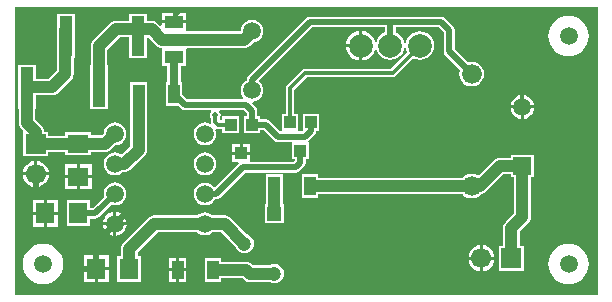
<source format=gtl>
G04 Layer_Physical_Order=1*
G04 Layer_Color=255*
%FSLAX25Y25*%
%MOIN*%
G70*
G01*
G75*
%ADD10R,0.03937X0.03937*%
%ADD11R,0.03937X0.06299*%
%ADD12R,0.04213X0.13268*%
%ADD13R,0.06299X0.03937*%
%ADD14R,0.07087X0.06299*%
%ADD15R,0.06299X0.07087*%
%ADD16C,0.01181*%
%ADD17C,0.03937*%
%ADD18C,0.02756*%
%ADD19C,0.01968*%
%ADD20C,0.06693*%
%ADD21R,0.06693X0.06693*%
%ADD22C,0.04716*%
%ADD23R,0.04716X0.04716*%
%ADD24R,0.06693X0.06693*%
%ADD25C,0.07874*%
%ADD26C,0.05905*%
%ADD27R,0.05905X0.05905*%
%ADD28C,0.06600*%
%ADD29C,0.01968*%
G36*
X195669Y1181D02*
X1181D01*
Y97244D01*
X195669D01*
Y1181D01*
D02*
G37*
%LPC*%
G36*
X34106Y24342D02*
X30685D01*
X30755Y23811D01*
X31154Y22849D01*
X31787Y22023D01*
X32613Y21390D01*
X33574Y20991D01*
X34106Y20922D01*
Y24342D01*
D02*
G37*
G36*
X38527D02*
X35106D01*
Y20922D01*
X35638Y20991D01*
X36600Y21390D01*
X37425Y22023D01*
X38059Y22849D01*
X38457Y23811D01*
X38527Y24342D01*
D02*
G37*
G36*
X10917Y27847D02*
X7268D01*
Y23803D01*
X10917D01*
Y27847D01*
D02*
G37*
G36*
X156311Y17704D02*
X155676Y17620D01*
X154619Y17183D01*
X153711Y16486D01*
X153014Y15578D01*
X152576Y14521D01*
X152493Y13886D01*
X156311D01*
Y17704D01*
D02*
G37*
G36*
X157311D02*
Y13886D01*
X161129D01*
X161046Y14521D01*
X160608Y15578D01*
X159911Y16486D01*
X159003Y17183D01*
X157946Y17620D01*
X157311Y17704D01*
D02*
G37*
G36*
X64606Y28615D02*
X63630Y28486D01*
X62720Y28109D01*
X62085Y27622D01*
X47677D01*
X46958Y27527D01*
X46287Y27250D01*
X45712Y26808D01*
X37405Y18501D01*
X36963Y17925D01*
X36685Y17255D01*
X36590Y16535D01*
Y14173D01*
X35433D01*
Y5512D01*
X43307D01*
Y14173D01*
X42150D01*
Y15384D01*
X48829Y22063D01*
X62085D01*
X62720Y21576D01*
X63630Y21199D01*
X64606Y21070D01*
X65583Y21199D01*
X66492Y21576D01*
X67128Y22063D01*
X70069D01*
X74762Y17369D01*
X75048Y16681D01*
X75552Y16024D01*
X76209Y15520D01*
X76974Y15203D01*
X77795Y15095D01*
X78616Y15203D01*
X79382Y15520D01*
X80039Y16024D01*
X80543Y16681D01*
X80860Y17447D01*
X80968Y18268D01*
X80860Y19089D01*
X80543Y19854D01*
X80039Y20511D01*
X79382Y21015D01*
X78694Y21301D01*
X73186Y26808D01*
X72610Y27250D01*
X71940Y27527D01*
X71220Y27622D01*
X67128D01*
X66492Y28109D01*
X65583Y28486D01*
X64606Y28615D01*
D02*
G37*
G36*
X35106Y28763D02*
Y25343D01*
X38527D01*
X38457Y25874D01*
X38059Y26836D01*
X37425Y27662D01*
X36600Y28295D01*
X35638Y28694D01*
X35106Y28763D01*
D02*
G37*
G36*
X10917Y32890D02*
X7268D01*
Y28846D01*
X10917D01*
Y32890D01*
D02*
G37*
G36*
X15567D02*
X11917D01*
Y28846D01*
X15567D01*
Y32890D01*
D02*
G37*
G36*
Y27847D02*
X11917D01*
Y23803D01*
X15567D01*
Y27847D01*
D02*
G37*
G36*
X90551Y41339D02*
X85039D01*
Y37582D01*
X85016Y37402D01*
Y31413D01*
X84650D01*
Y25122D01*
X90941D01*
Y31413D01*
X90575D01*
Y37402D01*
X90551Y37582D01*
Y41339D01*
D02*
G37*
G36*
X34106Y28763D02*
X33574Y28694D01*
X32613Y28295D01*
X31787Y27662D01*
X31154Y26836D01*
X30755Y25874D01*
X30685Y25343D01*
X34106D01*
Y28763D01*
D02*
G37*
G36*
X32496Y14386D02*
X28846D01*
Y10343D01*
X32496D01*
Y14386D01*
D02*
G37*
G36*
X27847Y9342D02*
X24197D01*
Y5299D01*
X27847D01*
Y9342D01*
D02*
G37*
G36*
X32496D02*
X28846D01*
Y5299D01*
X32496D01*
Y9342D01*
D02*
G37*
G36*
X55012Y8949D02*
X52543D01*
Y5299D01*
X55012D01*
Y8949D01*
D02*
G37*
G36*
X10630Y18143D02*
X9318Y18013D01*
X8056Y17631D01*
X6894Y17009D01*
X5874Y16173D01*
X5038Y15154D01*
X4417Y13991D01*
X4034Y12729D01*
X3905Y11417D01*
X4034Y10105D01*
X4417Y8844D01*
X5038Y7681D01*
X5874Y6662D01*
X6894Y5825D01*
X8056Y5204D01*
X9318Y4821D01*
X10630Y4692D01*
X11942Y4821D01*
X13204Y5204D01*
X14366Y5825D01*
X15385Y6662D01*
X16222Y7681D01*
X16843Y8844D01*
X17226Y10105D01*
X17355Y11417D01*
X17226Y12729D01*
X16843Y13991D01*
X16222Y15154D01*
X15385Y16173D01*
X14366Y17009D01*
X13204Y17631D01*
X11942Y18013D01*
X10630Y18143D01*
D02*
G37*
G36*
X185827D02*
X184515Y18013D01*
X183253Y17631D01*
X182090Y17009D01*
X181071Y16173D01*
X180235Y15154D01*
X179613Y13991D01*
X179231Y12729D01*
X179102Y11417D01*
X179231Y10105D01*
X179613Y8844D01*
X180235Y7681D01*
X181071Y6662D01*
X182090Y5825D01*
X183253Y5204D01*
X184515Y4821D01*
X185827Y4692D01*
X187139Y4821D01*
X188400Y5204D01*
X189563Y5825D01*
X190582Y6662D01*
X191419Y7681D01*
X192040Y8844D01*
X192423Y10105D01*
X192552Y11417D01*
X192423Y12729D01*
X192040Y13991D01*
X191419Y15154D01*
X190582Y16173D01*
X189563Y17009D01*
X188400Y17631D01*
X187139Y18013D01*
X185827Y18143D01*
D02*
G37*
G36*
X70079Y13386D02*
X64567D01*
Y9629D01*
X64543Y9449D01*
X64567Y9268D01*
Y5512D01*
X70079D01*
Y6669D01*
X77195D01*
X77562Y6302D01*
X78138Y5861D01*
X78808Y5583D01*
X79528Y5488D01*
X86286D01*
X86974Y5203D01*
X87795Y5095D01*
X88617Y5203D01*
X89382Y5520D01*
X90039Y6024D01*
X90543Y6681D01*
X90860Y7446D01*
X90968Y8268D01*
X90860Y9089D01*
X90543Y9854D01*
X90039Y10511D01*
X89382Y11015D01*
X88617Y11332D01*
X87795Y11440D01*
X86974Y11332D01*
X86286Y11047D01*
X80679D01*
X80312Y11414D01*
X79736Y11856D01*
X79066Y12134D01*
X78347Y12229D01*
X70079D01*
Y13386D01*
D02*
G37*
G36*
X55012Y13598D02*
X52543D01*
Y9949D01*
X55012D01*
Y13598D01*
D02*
G37*
G36*
X58480D02*
X56012D01*
Y9949D01*
X58480D01*
Y13598D01*
D02*
G37*
G36*
X27847Y14386D02*
X24197D01*
Y10343D01*
X27847D01*
Y14386D01*
D02*
G37*
G36*
X58480Y8949D02*
X56012D01*
Y5299D01*
X58480D01*
Y8949D01*
D02*
G37*
G36*
X156311Y12886D02*
X152493D01*
X152576Y12251D01*
X153014Y11194D01*
X153711Y10286D01*
X154619Y9589D01*
X155676Y9151D01*
X156311Y9068D01*
Y12886D01*
D02*
G37*
G36*
X161129D02*
X157311D01*
Y9068D01*
X157946Y9151D01*
X159003Y9589D01*
X159911Y10286D01*
X160608Y11194D01*
X161046Y12251D01*
X161129Y12886D01*
D02*
G37*
G36*
X174393Y63279D02*
X170972D01*
Y59859D01*
X171504Y59929D01*
X172466Y60327D01*
X173292Y60960D01*
X173925Y61786D01*
X174323Y62748D01*
X174393Y63279D01*
D02*
G37*
G36*
X169972Y67701D02*
X169441Y67630D01*
X168479Y67232D01*
X167653Y66599D01*
X167020Y65773D01*
X166621Y64811D01*
X166551Y64280D01*
X169972D01*
Y67701D01*
D02*
G37*
G36*
Y63279D02*
X166551D01*
X166621Y62748D01*
X167020Y61786D01*
X167653Y60960D01*
X168479Y60327D01*
X169441Y59929D01*
X169972Y59859D01*
Y63279D01*
D02*
G37*
G36*
X76272Y51394D02*
X73803D01*
Y48925D01*
X76272D01*
Y51394D01*
D02*
G37*
G36*
X79740D02*
X77272D01*
Y48925D01*
X79740D01*
Y51394D01*
D02*
G37*
G36*
X170972Y67701D02*
Y64280D01*
X174393D01*
X174323Y64811D01*
X173925Y65773D01*
X173292Y66599D01*
X172466Y67232D01*
X171504Y67630D01*
X170972Y67701D01*
D02*
G37*
G36*
X53831Y95095D02*
X50181D01*
Y92626D01*
X53831D01*
Y95095D01*
D02*
G37*
G36*
X58480D02*
X54831D01*
Y92626D01*
X58480D01*
Y95095D01*
D02*
G37*
G36*
X185827Y94127D02*
X184515Y93998D01*
X183253Y93615D01*
X182090Y92993D01*
X181071Y92157D01*
X180235Y91138D01*
X179613Y89975D01*
X179231Y88714D01*
X179102Y87402D01*
X179231Y86089D01*
X179613Y84828D01*
X180235Y83665D01*
X181071Y82646D01*
X182090Y81810D01*
X183253Y81188D01*
X184515Y80805D01*
X185827Y80676D01*
X187139Y80805D01*
X188400Y81188D01*
X189563Y81810D01*
X190582Y82646D01*
X191419Y83665D01*
X192040Y84828D01*
X192423Y86089D01*
X192552Y87402D01*
X192423Y88714D01*
X192040Y89975D01*
X191419Y91138D01*
X190582Y92157D01*
X189563Y92993D01*
X188400Y93615D01*
X187139Y93998D01*
X185827Y94127D01*
D02*
G37*
G36*
X45236Y94823D02*
X39449D01*
Y92544D01*
X35039D01*
X34320Y92449D01*
X33650Y92171D01*
X33074Y91729D01*
X27385Y86040D01*
X26943Y85465D01*
X26665Y84794D01*
X26571Y84075D01*
Y77894D01*
X26457D01*
Y63051D01*
X32244D01*
Y77894D01*
X32130D01*
Y82923D01*
X36191Y86984D01*
X39449D01*
Y79980D01*
X45236D01*
Y86894D01*
X45736Y86947D01*
X48428Y84255D01*
X49004Y83813D01*
X49674Y83535D01*
X50155Y83472D01*
X50394Y83071D01*
X50394Y82941D01*
Y77559D01*
X52123D01*
Y72047D01*
X51575D01*
Y64173D01*
X55713D01*
X56597Y63290D01*
X57183Y62898D01*
X57874Y62761D01*
X66621D01*
X66759Y62460D01*
X66806Y62261D01*
X66441Y61715D01*
X66304Y61024D01*
X66441Y60332D01*
X66705Y59937D01*
Y58661D01*
X66733Y58523D01*
X66732Y58521D01*
X66289Y58194D01*
X65583Y58486D01*
X64606Y58615D01*
X63630Y58486D01*
X62720Y58109D01*
X61939Y57510D01*
X61339Y56729D01*
X60962Y55819D01*
X60834Y54843D01*
X60962Y53866D01*
X61339Y52956D01*
X61939Y52175D01*
X62720Y51575D01*
X63630Y51199D01*
X64606Y51070D01*
X65583Y51199D01*
X66492Y51575D01*
X67274Y52175D01*
X67873Y52956D01*
X68250Y53866D01*
X68379Y54843D01*
X68250Y55819D01*
X68111Y56155D01*
X68187Y56283D01*
X68488Y56551D01*
X68898Y56469D01*
X70472D01*
Y55118D01*
X75984D01*
Y60630D01*
X70472D01*
Y59279D01*
X69515D01*
Y59937D01*
X69779Y60332D01*
X69917Y61024D01*
X69779Y61715D01*
X69415Y62261D01*
X69461Y62460D01*
X69600Y62761D01*
X77598D01*
X78509Y61850D01*
Y60630D01*
X77559D01*
Y55118D01*
X83071D01*
Y56068D01*
X84291D01*
X87699Y52660D01*
X88285Y52268D01*
X88976Y52131D01*
X93268D01*
X93701Y51968D01*
X93701Y51631D01*
Y46457D01*
X94488D01*
X94583Y45957D01*
X94134Y45507D01*
X79740D01*
Y47925D01*
X76772D01*
X73803D01*
Y45457D01*
X75704D01*
X75861Y45048D01*
X75867Y44957D01*
X68040Y37130D01*
X67541Y37162D01*
X67274Y37510D01*
X66492Y38109D01*
X65583Y38486D01*
X64606Y38615D01*
X63630Y38486D01*
X62720Y38109D01*
X61939Y37510D01*
X61339Y36729D01*
X60962Y35819D01*
X60834Y34843D01*
X60962Y33866D01*
X61339Y32956D01*
X61939Y32175D01*
X62720Y31576D01*
X63630Y31199D01*
X64606Y31070D01*
X65583Y31199D01*
X66492Y31576D01*
X67274Y32175D01*
X67873Y32956D01*
X67906Y33036D01*
X68307D01*
X68998Y33174D01*
X69584Y33565D01*
X77914Y41894D01*
X94882D01*
X95573Y42032D01*
X96159Y42423D01*
X97734Y43998D01*
X98125Y44584D01*
X98263Y45276D01*
Y46457D01*
X99213D01*
Y51968D01*
X99174D01*
X99023Y52469D01*
X99309Y52660D01*
X101277Y54628D01*
X101669Y55214D01*
X101806Y55905D01*
X102756D01*
Y61417D01*
X97244D01*
Y55905D01*
X96811Y55743D01*
X96102D01*
X95669Y55905D01*
X95669Y56243D01*
Y61417D01*
X94318D01*
Y69497D01*
X98614Y73792D01*
X127165D01*
X127703Y73899D01*
X128159Y74203D01*
X134010Y80054D01*
X134987Y79649D01*
X136221Y79487D01*
X137454Y79649D01*
X138603Y80125D01*
X139590Y80883D01*
X140347Y81869D01*
X140823Y83019D01*
X140986Y84252D01*
X140823Y85485D01*
X140347Y86635D01*
X139590Y87621D01*
X138603Y88379D01*
X137454Y88855D01*
X136221Y89017D01*
X134987Y88855D01*
X133838Y88379D01*
X132851Y87621D01*
X132094Y86635D01*
X131618Y85485D01*
X131551Y84982D01*
X131047D01*
X130981Y85485D01*
X130505Y86635D01*
X129747Y87621D01*
X128761Y88379D01*
X128184Y88617D01*
Y90320D01*
X142559D01*
X144257Y88622D01*
Y82282D01*
X144394Y81591D01*
X144786Y81005D01*
X149666Y76125D01*
X149560Y75870D01*
X149420Y74803D01*
X149560Y73735D01*
X149972Y72741D01*
X150628Y71887D01*
X151481Y71232D01*
X152476Y70820D01*
X153543Y70680D01*
X154610Y70820D01*
X155604Y71232D01*
X156458Y71887D01*
X157113Y72741D01*
X157525Y73735D01*
X157665Y74803D01*
X157525Y75870D01*
X157113Y76864D01*
X156458Y77718D01*
X155604Y78373D01*
X154610Y78785D01*
X153543Y78925D01*
X152476Y78785D01*
X152221Y78679D01*
X147869Y83030D01*
Y89370D01*
X147732Y90061D01*
X147340Y90647D01*
X144584Y93403D01*
X143998Y93795D01*
X143307Y93932D01*
X99606D01*
X98915Y93795D01*
X98329Y93403D01*
X79038Y74112D01*
X78646Y73526D01*
X78509Y72835D01*
Y72591D01*
X78429Y72558D01*
X77648Y71959D01*
X77048Y71178D01*
X76671Y70268D01*
X76543Y69291D01*
X76671Y68315D01*
X77048Y67405D01*
X77456Y66873D01*
X77210Y66373D01*
X58622D01*
X57087Y67909D01*
Y72047D01*
X56538D01*
Y77559D01*
X58268D01*
Y82941D01*
X58268Y83071D01*
X58582Y83441D01*
X77559D01*
X78278Y83535D01*
X78949Y83813D01*
X79525Y84255D01*
X80498Y85228D01*
X81291Y85333D01*
X82201Y85709D01*
X82982Y86309D01*
X83582Y87090D01*
X83959Y88000D01*
X84087Y88976D01*
X83959Y89953D01*
X83582Y90863D01*
X82982Y91644D01*
X82201Y92243D01*
X81291Y92620D01*
X80315Y92749D01*
X79339Y92620D01*
X78429Y92243D01*
X77648Y91644D01*
X77048Y90863D01*
X76671Y89953D01*
X76567Y89159D01*
X76408Y89000D01*
X58915D01*
X58480Y89157D01*
Y91626D01*
X54331D01*
X50181D01*
Y91017D01*
X49719Y90826D01*
X48816Y91729D01*
X48240Y92171D01*
X47570Y92449D01*
X46850Y92544D01*
X45236D01*
Y94823D01*
D02*
G37*
G36*
X21181D02*
X15394D01*
Y90066D01*
X15331Y89587D01*
Y75955D01*
X12628Y73252D01*
X8189D01*
Y77894D01*
X2402D01*
Y63051D01*
X2516D01*
Y58484D01*
X2610Y57765D01*
X2888Y57094D01*
X3330Y56519D01*
X3875Y55973D01*
X4134Y55590D01*
X4134D01*
X4134Y55590D01*
Y47323D01*
X12402D01*
Y48677D01*
X18110D01*
Y47638D01*
X26772D01*
Y48795D01*
X31339D01*
X32058Y48890D01*
X32728Y49167D01*
X33304Y49609D01*
X34789Y51094D01*
X35583Y51199D01*
X36492Y51575D01*
X37274Y52175D01*
X37873Y52956D01*
X38250Y53866D01*
X38379Y54843D01*
X38250Y55819D01*
X37873Y56729D01*
X37274Y57510D01*
X36492Y58109D01*
X35583Y58486D01*
X34606Y58615D01*
X33630Y58486D01*
X32720Y58109D01*
X31939Y57510D01*
X31339Y56729D01*
X30962Y55819D01*
X30858Y55025D01*
X30187Y54355D01*
X26772D01*
Y55512D01*
X18110D01*
Y54236D01*
X12402D01*
Y55590D01*
X11037D01*
X10953Y56231D01*
X10675Y56902D01*
X10233Y57477D01*
X8075Y59636D01*
Y63051D01*
X8189D01*
Y67693D01*
X13780D01*
X14499Y67787D01*
X15169Y68065D01*
X15745Y68507D01*
X20076Y72838D01*
X20517Y73413D01*
X20795Y74084D01*
X20890Y74803D01*
Y79980D01*
X21181D01*
Y94823D01*
D02*
G37*
G36*
X45276Y72047D02*
X39764D01*
Y68291D01*
X39740Y68110D01*
Y50758D01*
X36832Y47849D01*
X36492Y48109D01*
X35583Y48486D01*
X34606Y48615D01*
X33630Y48486D01*
X32720Y48109D01*
X31939Y47510D01*
X31339Y46729D01*
X30962Y45819D01*
X30834Y44842D01*
X30962Y43866D01*
X31339Y42956D01*
X31939Y42175D01*
X32720Y41576D01*
X33630Y41199D01*
X34606Y41070D01*
X35583Y41199D01*
X36492Y41576D01*
X37128Y42063D01*
X37756D01*
X38475Y42158D01*
X39146Y42435D01*
X39721Y42877D01*
X44485Y47641D01*
X44927Y48217D01*
X45205Y48887D01*
X45299Y49606D01*
Y68110D01*
X45276Y68291D01*
Y72047D01*
D02*
G37*
G36*
X7768Y40957D02*
X3950D01*
X4033Y40322D01*
X4471Y39265D01*
X5168Y38357D01*
X6076Y37660D01*
X7133Y37222D01*
X7768Y37139D01*
Y40957D01*
D02*
G37*
G36*
X12586D02*
X8768D01*
Y37139D01*
X9402Y37222D01*
X10460Y37660D01*
X11368Y38357D01*
X12064Y39265D01*
X12502Y40322D01*
X12586Y40957D01*
D02*
G37*
G36*
X26984Y40051D02*
X22941D01*
Y36402D01*
X26984D01*
Y40051D01*
D02*
G37*
G36*
X34606Y38615D02*
X33630Y38486D01*
X32720Y38109D01*
X31939Y37510D01*
X31339Y36729D01*
X30962Y35819D01*
X30834Y34843D01*
X30962Y33866D01*
X30996Y33786D01*
X27362Y30153D01*
X26378D01*
Y32677D01*
X18504D01*
Y24016D01*
X26378D01*
Y26540D01*
X28110D01*
X28802Y26678D01*
X29388Y27069D01*
X33550Y31232D01*
X33630Y31199D01*
X34606Y31070D01*
X35583Y31199D01*
X36492Y31576D01*
X37274Y32175D01*
X37873Y32956D01*
X38250Y33866D01*
X38379Y34843D01*
X38250Y35819D01*
X37873Y36729D01*
X37274Y37510D01*
X36492Y38109D01*
X35583Y38486D01*
X34606Y38615D01*
D02*
G37*
G36*
X21941Y40051D02*
X17898D01*
Y36402D01*
X21941D01*
Y40051D01*
D02*
G37*
G36*
X174213Y47835D02*
X166732D01*
Y46874D01*
X162992D01*
X162273Y46780D01*
X161602Y46502D01*
X161027Y46060D01*
X155793Y40827D01*
X155605Y40972D01*
X154610Y41384D01*
X153543Y41524D01*
X152476Y41384D01*
X151482Y40972D01*
X150628Y40317D01*
X150524Y40181D01*
X102362D01*
Y41339D01*
X96850D01*
Y37582D01*
X96827Y37402D01*
X96850Y37221D01*
Y33465D01*
X102362D01*
Y34622D01*
X150524D01*
X150628Y34486D01*
X151482Y33831D01*
X152476Y33419D01*
X153543Y33279D01*
X154610Y33419D01*
X155605Y33831D01*
X156458Y34486D01*
X156592Y34660D01*
X157019Y34717D01*
X157689Y34994D01*
X158265Y35436D01*
X164144Y41315D01*
X166732D01*
Y40354D01*
X167693D01*
Y28317D01*
X164846Y25469D01*
X164404Y24894D01*
X164126Y24223D01*
X164031Y23504D01*
Y17520D01*
X162677D01*
Y9252D01*
X170945D01*
Y17520D01*
X169591D01*
Y22353D01*
X172438Y25200D01*
X172880Y25776D01*
X173157Y26446D01*
X173252Y27165D01*
Y40354D01*
X174213D01*
Y47835D01*
D02*
G37*
G36*
X64606Y48615D02*
X63630Y48486D01*
X62720Y48109D01*
X61939Y47510D01*
X61339Y46729D01*
X60962Y45819D01*
X60834Y44842D01*
X60962Y43866D01*
X61339Y42956D01*
X61939Y42175D01*
X62720Y41576D01*
X63630Y41199D01*
X64606Y41070D01*
X65583Y41199D01*
X66492Y41576D01*
X67274Y42175D01*
X67873Y42956D01*
X68250Y43866D01*
X68379Y44842D01*
X68250Y45819D01*
X67873Y46729D01*
X67274Y47510D01*
X66492Y48109D01*
X65583Y48486D01*
X64606Y48615D01*
D02*
G37*
G36*
X7768Y45775D02*
X7133Y45691D01*
X6076Y45253D01*
X5168Y44557D01*
X4471Y43649D01*
X4033Y42591D01*
X3950Y41957D01*
X7768D01*
Y45775D01*
D02*
G37*
G36*
X8768D02*
Y41957D01*
X12586D01*
X12502Y42591D01*
X12064Y43649D01*
X11368Y44557D01*
X10460Y45253D01*
X9402Y45691D01*
X8768Y45775D01*
D02*
G37*
G36*
X26984Y44701D02*
X22941D01*
Y41051D01*
X26984D01*
Y44701D01*
D02*
G37*
G36*
X21941D02*
X17898D01*
Y41051D01*
X21941D01*
Y44701D01*
D02*
G37*
%LPD*%
G36*
X124572Y88617D02*
X123995Y88379D01*
X123009Y87621D01*
X122251Y86635D01*
X121832Y85622D01*
X121610Y85585D01*
X121313Y85618D01*
X120848Y86742D01*
X120056Y87773D01*
X119025Y88564D01*
X117824Y89062D01*
X117035Y89166D01*
Y84252D01*
Y79338D01*
X117824Y79442D01*
X119025Y79940D01*
X120056Y80731D01*
X120848Y81762D01*
X121313Y82885D01*
X121610Y82919D01*
X121832Y82882D01*
X122251Y81869D01*
X123009Y80883D01*
X123995Y80125D01*
X125145Y79649D01*
X126378Y79487D01*
X127611Y79649D01*
X128761Y80125D01*
X129747Y80883D01*
X130505Y81869D01*
X130981Y83019D01*
X131047Y83522D01*
X131551D01*
X131618Y83019D01*
X132023Y82041D01*
X126583Y76602D01*
X98032D01*
X97494Y76495D01*
X97038Y76190D01*
X91920Y71072D01*
X91615Y70616D01*
X91508Y70079D01*
Y61417D01*
X90158D01*
X90158Y55905D01*
X89725Y55743D01*
X89725D01*
X86317Y59151D01*
X85731Y59543D01*
X85039Y59680D01*
X83071D01*
Y60630D01*
X82121D01*
Y62598D01*
X81984Y63290D01*
X81592Y63876D01*
X80437Y65031D01*
X80616Y65559D01*
X81291Y65648D01*
X82201Y66024D01*
X82982Y66624D01*
X83582Y67405D01*
X83959Y68315D01*
X84087Y69291D01*
X83959Y70268D01*
X83582Y71178D01*
X82982Y71959D01*
X82724Y72157D01*
X82691Y72656D01*
X100355Y90320D01*
X124572D01*
Y88617D01*
D02*
G37*
%LPC*%
G36*
X116035Y83752D02*
X111622D01*
X111725Y82963D01*
X112223Y81762D01*
X113014Y80731D01*
X114046Y79940D01*
X115247Y79442D01*
X116035Y79338D01*
Y83752D01*
D02*
G37*
G36*
Y89166D02*
X115247Y89062D01*
X114046Y88564D01*
X113014Y87773D01*
X112223Y86742D01*
X111725Y85541D01*
X111622Y84752D01*
X116035D01*
Y89166D01*
D02*
G37*
%LPD*%
D10*
X96457Y49213D02*
D03*
X100000Y58661D02*
D03*
X92913D02*
D03*
X76772Y48425D02*
D03*
X80315Y57874D02*
D03*
X73228D02*
D03*
D11*
X87795Y37402D02*
D03*
X99606D02*
D03*
X55512Y9449D02*
D03*
X67323D02*
D03*
X54331Y68110D02*
D03*
X42520D02*
D03*
D12*
X42342Y87402D02*
D03*
X18287D02*
D03*
X29350Y70472D02*
D03*
X5295D02*
D03*
D13*
X54331Y92126D02*
D03*
Y80315D02*
D03*
D14*
X22441Y51575D02*
D03*
Y40551D02*
D03*
D15*
X39370Y9843D02*
D03*
X28346D02*
D03*
X22441Y28346D02*
D03*
X11417D02*
D03*
D16*
X56299Y95669D02*
X155118D01*
X54331Y93701D02*
X56299Y95669D01*
X170472Y63779D02*
Y80315D01*
X155118Y95669D02*
X170472Y80315D01*
X127165Y75197D02*
X136221Y84252D01*
X98032Y75197D02*
X127165D01*
X92913Y70079D02*
X98032Y75197D01*
X92913Y58661D02*
Y70079D01*
X68110Y58661D02*
Y61024D01*
Y58661D02*
X68898Y57874D01*
X73228D01*
D17*
X35039Y89764D02*
X46850D01*
X77559Y86221D02*
X80315Y88976D01*
X50394Y86221D02*
X77559D01*
X46850Y89764D02*
X50394Y86221D01*
X18110Y74803D02*
Y89587D01*
X13780Y70472D02*
X18110Y74803D01*
Y89587D02*
X18287Y89764D01*
X22441Y51575D02*
X31339D01*
X20709D02*
X22441D01*
X20591Y51457D02*
X20709Y51575D01*
X31339D02*
X34606Y54843D01*
X8268Y51457D02*
X20591D01*
X8268D02*
Y55512D01*
X166811Y13386D02*
Y23504D01*
X170472Y27165D01*
Y44094D01*
X162992D02*
X170472D01*
X156299Y37402D02*
X162992Y44094D01*
X153543Y37402D02*
X156299D01*
X71220Y24843D02*
X77795Y18268D01*
X64606Y24843D02*
X71220D01*
X99606Y37402D02*
X153543D01*
X87795Y28268D02*
Y37402D01*
X79528Y8268D02*
X87795D01*
X78347Y9449D02*
X79528Y8268D01*
X67323Y9449D02*
X78347D01*
X47677Y24843D02*
X64606D01*
X39370Y16535D02*
X47677Y24843D01*
X42520Y49606D02*
Y68110D01*
X37756Y44842D02*
X42520Y49606D01*
X34606Y44842D02*
X37756D01*
X29350Y70472D02*
Y84075D01*
X35039Y89764D01*
X5295Y70472D02*
X13780D01*
X5295Y58484D02*
X8268Y55512D01*
X5295Y58484D02*
Y70472D01*
X39370Y9843D02*
Y16535D01*
D18*
X54331Y68110D02*
Y80315D01*
D19*
X28110Y28346D02*
X34606Y34843D01*
X22441Y28346D02*
X28110D01*
X60630Y3543D02*
X155630D01*
X55512Y8661D02*
Y9449D01*
X15630Y39488D02*
X16535Y38583D01*
X8268Y37402D02*
Y39488D01*
X22047Y9843D02*
X28346D01*
X19685Y12205D02*
X22047Y9843D01*
X19685Y12205D02*
Y18110D01*
X34252Y3937D02*
X50000D01*
X28346Y18583D02*
X34606Y24843D01*
X48740Y38976D01*
X62059D01*
X62649Y39567D01*
X67126D01*
X75984Y48425D02*
X76772D01*
X64606Y34843D02*
X68307D01*
X77165Y43701D01*
X94882D01*
X126378Y92126D02*
X143307D01*
X99606D02*
X126378D01*
X80315Y72835D02*
X99606Y92126D01*
X80315Y69291D02*
Y72835D01*
X126378Y84252D02*
Y92126D01*
X143307D02*
X146063Y89370D01*
Y82282D02*
Y89370D01*
Y82282D02*
X153543Y74803D01*
X80315Y57874D02*
X85039D01*
X88976Y53937D01*
X98032D01*
X100000Y55905D01*
Y58661D01*
X80315Y57874D02*
Y62598D01*
X78347Y64567D02*
X80315Y62598D01*
X57874Y64567D02*
X78347D01*
X54331Y68110D02*
X57874Y64567D01*
X94882Y43701D02*
X96457Y45276D01*
Y49213D01*
X28346Y9843D02*
Y18583D01*
D20*
X8268Y41457D02*
D03*
X156811Y13386D02*
D03*
D21*
X8268Y51457D02*
D03*
D22*
X87795Y8268D02*
D03*
X77795Y18268D02*
D03*
D23*
X87795Y28268D02*
D03*
D24*
X166811Y13386D02*
D03*
D25*
X116535Y84252D02*
D03*
X126378D02*
D03*
X136221D02*
D03*
D26*
X170472Y63779D02*
D03*
X185827Y87402D02*
D03*
Y11417D02*
D03*
X80315Y69291D02*
D03*
Y88976D02*
D03*
X34606Y54843D02*
D03*
Y44842D02*
D03*
Y34843D02*
D03*
Y24843D02*
D03*
X64606Y54843D02*
D03*
Y44842D02*
D03*
Y34843D02*
D03*
Y24843D02*
D03*
X10630Y11417D02*
D03*
D27*
X170472Y44094D02*
D03*
D28*
X153543Y74803D02*
D03*
X153543Y37402D02*
D03*
D29*
X68110Y61024D02*
D03*
M02*

</source>
